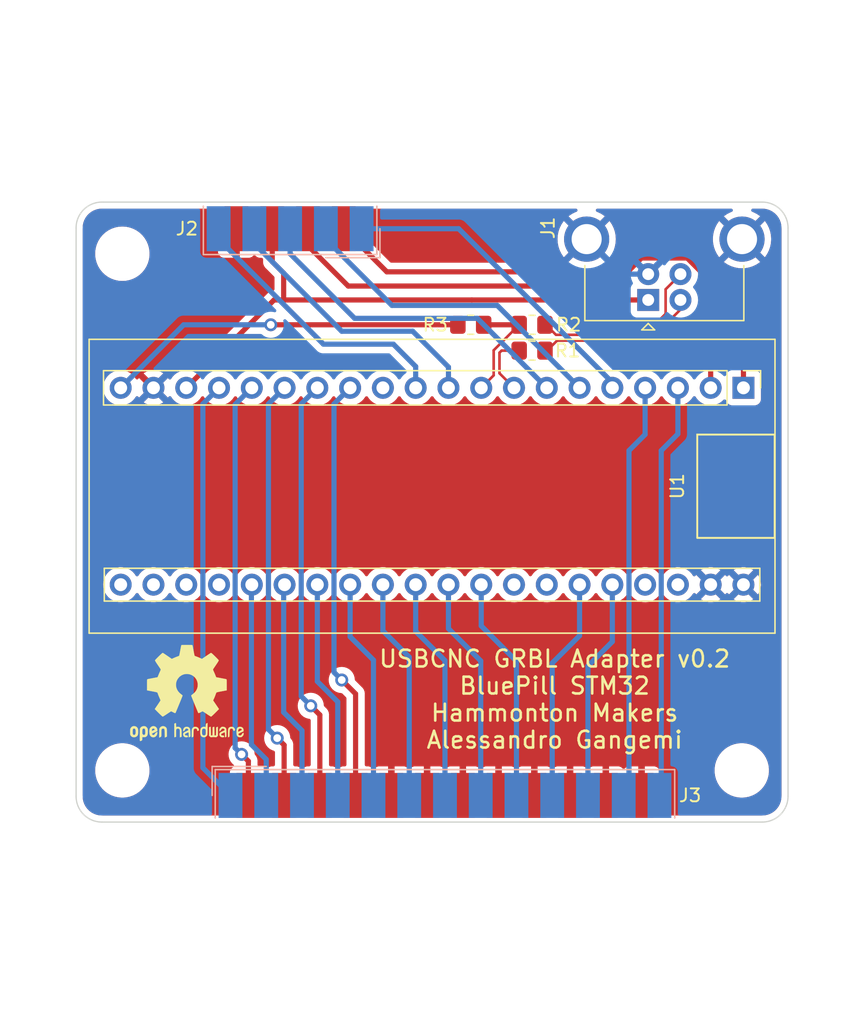
<source format=kicad_pcb>
(kicad_pcb (version 20211014) (generator pcbnew)
  (layers (0 "F.Cu" signal) (31 "B.Cu" signal) (34 "B.Paste" user) (35 "F.Paste" user) (36 "B.SilkS" user "B.Silkscreen") (37 "F.SilkS" user "F.Silkscreen") (38 "B.Mask" user) (39 "F.Mask" user) (44 "Edge.Cuts" user))
  (net 0 "")
  (net 1 "RELAY_1")
  (net 2 "X_DIR")
  (net 3 "X_STEP")
  (net 4 "Y_DIR")
  (net 5 "Y_STEP")
  (net 6 "Z_DIR")
  (net 7 "Z_STEP")
  (net 8 "A_DIR")
  (net 9 "A_STEP")
  (net 10 "A_LIMIT")
  (net 11 "RELAY_2")
  (net 12 "RELAY_3")
  (net 13 "GND")
  (net 14 "+5V")
  (net 15 "INPUT_2")
  (net 16 "INPUT_1")
  (net 17 "Z_LIMIT")
  (net 18 "Y_LIMIT")
  (net 19 "X_LIMIT")
  (net 29 "+3V3")
  (net 30 "PA8")
  (net 31 "PA9")
  (net 32 "PA10")
  (net 33 "PA15")
  (net 34 "PB3")
  (net 35 "PB12")
  (net 36 "USB-")
  (net 37 "USB+")
  (net 38 "PB13")
  (net 39 "USB_D-")
  (net 40 "USB_D+")
  (footprint "MountingHole:MountingHole_3.2mm_M3" (layer "F.Cu") (at 75 43)
    (fp_text reference "REF**" hide)
    (fp_text value "MountingHole_3.2mm_M3")
    (pad "" np_thru_hole circle (at 0 0) (size 3.2 3.2) (drill 3.2) (layers *.Cu *.Mask))
  )
  (footprint "Resistor_SMD:R_0805_2012Metric_Pad1.20x1.40mm_HandSolder" (layer "F.Cu") (at 102 48.5)
    (fp_text reference "R3" (at -2.75 0) (layer "F.SilkS"))
    (fp_text value "1.5k")
    (pad "1" smd roundrect (at -1 0) (size 1.2 1.4) (layers "F.Cu" "F.Paste" "F.Mask") (roundrect_rratio 0.208333) (net 29 "+3V3"))
    (pad "2" smd roundrect (at 1 0) (size 1.2 1.4) (layers "F.Cu" "F.Paste" "F.Mask") (roundrect_rratio 0.208333) (net 37 "USB+"))
  )
  (footprint "MountingHole:MountingHole_3.2mm_M3" (layer "F.Cu") (at 75 83)
    (fp_text reference "REF**" hide)
    (fp_text value "MountingHole_3.2mm_M3")
    (pad "" np_thru_hole circle (at 0 0) (size 3.2 3.2) (drill 3.2) (layers *.Cu *.Mask))
  )
  (footprint "MountingHole:MountingHole_3.2mm_M3" (layer "F.Cu") (at 123 83)
    (fp_text reference "REF**" hide)
    (fp_text value "MountingHole_3.2mm_M3")
    (pad "" np_thru_hole circle (at 0 0) (size 3.2 3.2) (drill 3.2) (layers *.Cu *.Mask))
  )
  (footprint "Resistor_SMD:R_0805_2012Metric_Pad1.20x1.40mm_HandSolder" (layer "F.Cu") (at 106.75 48.5 180)
    (fp_text reference "R2" (at -2.8375 0 180) (layer "F.SilkS"))
    (fp_text value "20R")
    (pad "1" smd roundrect (at -1 0 180) (size 1.2 1.4) (layers "F.Cu" "F.Paste" "F.Mask") (roundrect_rratio 0.208333) (net 40 "USB_D+"))
    (pad "2" smd roundrect (at 1 0 180) (size 1.2 1.4) (layers "F.Cu" "F.Paste" "F.Mask") (roundrect_rratio 0.208333) (net 37 "USB+"))
  )
  (footprint "Symbol:OSHW-Logo2_9.8x8mm_SilkScreen" (layer "F.Cu") (at 80 77)
    (fp_text reference "REF**" hide)
    (fp_text value "OSHW-Logo2_9.8x8mm_SilkScreen" hide)
  )
  (footprint "Resistor_SMD:R_0805_2012Metric_Pad1.20x1.40mm_HandSolder" (layer "F.Cu") (at 106.75 50.5 180)
    (fp_text reference "R1" (at -2.75 0 180) (layer "F.SilkS"))
    (fp_text value "20R")
    (pad "1" smd roundrect (at -1 0 180) (size 1.2 1.4) (layers "F.Cu" "F.Paste" "F.Mask") (roundrect_rratio 0.208333) (net 39 "USB_D-"))
    (pad "2" smd roundrect (at 1 0 180) (size 1.2 1.4) (layers "F.Cu" "F.Paste" "F.Mask") (roundrect_rratio 0.208333) (net 36 "USB-"))
  )
  (footprint "stm32bluepill:YAAJ_BluePill_2" (layer "F.Cu") (at 123.13 53.38 -90)
    (fp_text reference "U1" (at 7.62 5.13 90) (layer "F.SilkS"))
    (fp_text value "YAAJ_BluePill" hide)
    (pad "1" thru_hole rect locked (at 0 0 270) (size 1.7 1.7) (drill 1) (layers *.Cu *.Mask) (net 35 "PB12"))
    (pad "2" thru_hole circle locked (at 0 2.54 270) (size 1.7 1.7) (drill 1) (layers *.Cu *.Mask) (net 38 "PB13"))
    (pad "3" thru_hole circle locked (at 0 5.08 270) (size 1.7 1.7) (drill 1) (layers *.Cu *.Mask) (net 10 "A_LIMIT"))
    (pad "4" thru_hole circle locked (at 0 7.62 270) (size 1.7 1.7) (drill 1) (layers *.Cu *.Mask) (net 17 "Z_LIMIT"))
    (pad "5" thru_hole circle locked (at 0 10.16 270) (size 1.7 1.7) (drill 1) (layers *.Cu *.Mask) (net 30 "PA8"))
    (pad "6" thru_hole circle locked (at 0 12.7 270) (size 1.7 1.7) (drill 1) (layers *.Cu *.Mask) (net 31 "PA9"))
    (pad "7" thru_hole circle locked (at 0 15.24 270) (size 1.7 1.7) (drill 1) (layers *.Cu *.Mask) (net 32 "PA10"))
    (pad "8" thru_hole circle locked (at 0 17.78 270) (size 1.7 1.7) (drill 1) (layers *.Cu *.Mask) (net 36 "USB-"))
    (pad "9" thru_hole circle locked (at 0 20.32 270) (size 1.7 1.7) (drill 1) (layers *.Cu *.Mask) (net 37 "USB+"))
    (pad "10" thru_hole circle locked (at 0 22.86 270) (size 1.7 1.7) (drill 1) (layers *.Cu *.Mask) (net 33 "PA15"))
    (pad "11" thru_hole circle locked (at 0 25.4 270) (size 1.7 1.7) (drill 1) (layers *.Cu *.Mask) (net 34 "PB3"))
    (pad "12" thru_hole circle locked (at 0 27.94 270) (size 1.7 1.7) (drill 1) (layers *.Cu *.Mask))
    (pad "13" thru_hole circle locked (at 0 30.48 270) (size 1.7 1.7) (drill 1) (layers *.Cu *.Mask) (net 15 "INPUT_2"))
    (pad "14" thru_hole circle locked (at 0 33.02 270) (size 1.7 1.7) (drill 1) (layers *.Cu *.Mask) (net 12 "RELAY_3"))
    (pad "15" thru_hole circle locked (at 0 35.56 270) (size 1.7 1.7) (drill 1) (layers *.Cu *.Mask) (net 16 "INPUT_1"))
    (pad "16" thru_hole circle locked (at 0 38.1 270) (size 1.7 1.7) (drill 1) (layers *.Cu *.Mask) (net 11 "RELAY_2"))
    (pad "17" thru_hole circle locked (at 0 40.64 270) (size 1.7 1.7) (drill 1) (layers *.Cu *.Mask) (net 1 "RELAY_1"))
    (pad "18" thru_hole circle locked (at 0 43.18 270) (size 1.7 1.7) (drill 1) (layers *.Cu *.Mask) (net 14 "+5V"))
    (pad "19" thru_hole circle locked (at 0 45.72 270) (size 1.7 1.7) (drill 1) (layers *.Cu *.Mask) (net 13 "GND"))
    (pad "20" thru_hole circle locked (at 0 48.26 270) (size 1.7 1.7) (drill 1) (layers *.Cu *.Mask) (net 29 "+3V3"))
    (pad "21" thru_hole circle locked (at 15.24 48.26 270) (size 1.7 1.7) (drill 1) (layers *.Cu *.Mask))
    (pad "22" thru_hole circle locked (at 15.24 45.72 270) (size 1.7 1.7) (drill 1) (layers *.Cu *.Mask))
    (pad "23" thru_hole circle locked (at 15.24 43.18 270) (size 1.7 1.7) (drill 1) (layers *.Cu *.Mask))
    (pad "24" thru_hole circle locked (at 15.24 40.64 270) (size 1.7 1.7) (drill 1) (layers *.Cu *.Mask))
    (pad "25" thru_hole circle locked (at 15.24 38.1 270) (size 1.7 1.7) (drill 1) (layers *.Cu *.Mask) (net 2 "X_DIR"))
    (pad "26" thru_hole circle locked (at 15.24 35.56 270) (size 1.7 1.7) (drill 1) (layers *.Cu *.Mask) (net 3 "X_STEP"))
    (pad "27" thru_hole circle locked (at 15.24 33.02 270) (size 1.7 1.7) (drill 1) (layers *.Cu *.Mask) (net 4 "Y_DIR"))
    (pad "28" thru_hole circle locked (at 15.24 30.48 270) (size 1.7 1.7) (drill 1) (layers *.Cu *.Mask) (net 5 "Y_STEP"))
    (pad "29" thru_hole circle locked (at 15.24 27.94 270) (size 1.7 1.7) (drill 1) (layers *.Cu *.Mask) (net 6 "Z_DIR"))
    (pad "30" thru_hole circle locked (at 15.24 25.4 270) (size 1.7 1.7) (drill 1) (layers *.Cu *.Mask) (net 7 "Z_STEP"))
    (pad "31" thru_hole circle locked (at 15.24 22.86 270) (size 1.7 1.7) (drill 1) (layers *.Cu *.Mask) (net 8 "A_DIR"))
    (pad "32" thru_hole circle locked (at 15.24 20.32 270) (size 1.7 1.7) (drill 1) (layers *.Cu *.Mask) (net 9 "A_STEP"))
    (pad "33" thru_hole circle locked (at 15.24 17.78 270) (size 1.7 1.7) (drill 1) (layers *.Cu *.Mask))
    (pad "34" thru_hole circle locked (at 15.24 15.24 270) (size 1.7 1.7) (drill 1) (layers *.Cu *.Mask))
    (pad "35" thru_hole circle locked (at 15.24 12.7 270) (size 1.7 1.7) (drill 1) (layers *.Cu *.Mask) (net 19 "X_LIMIT"))
    (pad "36" thru_hole circle locked (at 15.24 10.16 270) (size 1.7 1.7) (drill 1) (layers *.Cu *.Mask) (net 18 "Y_LIMIT"))
    (pad "37" thru_hole circle locked (at 15.24 7.62 270) (size 1.7 1.7) (drill 1) (layers *.Cu *.Mask))
    (pad "38" thru_hole circle locked (at 15.24 5.08 270) (size 1.7 1.7) (drill 1) (layers *.Cu *.Mask))
    (pad "39" thru_hole circle locked (at 15.24 2.54 270) (size 1.7 1.7) (drill 1) (layers *.Cu *.Mask) (net 13 "GND"))
    (pad "40" thru_hole circle locked (at 15.24 0 270) (size 1.7 1.7) (drill 1) (layers *.Cu *.Mask) (net 13 "GND"))
  )
  (footprint "Connector_USB:USB_B_OST_USB-B1HSxx_Horizontal" (layer "F.Cu") (at 115.75 46.5775 90)
    (fp_text reference "J1" (at 5.5775 -7.77 90) (layer "F.SilkS"))
    (fp_text value "USB_B")
    (pad "1" thru_hole rect (at 0 0 90) (size 1.7 1.7) (drill 0.92) (layers *.Cu *.Mask) (net 14 "+5V"))
    (pad "2" thru_hole circle (at 0 2.5 90) (size 1.7 1.7) (drill 0.92) (layers *.Cu *.Mask) (net 39 "USB_D-"))
    (pad "3" thru_hole circle (at 2 2.5 90) (size 1.7 1.7) (drill 0.92) (layers *.Cu *.Mask) (net 40 "USB_D+"))
    (pad "4" thru_hole circle (at 2 0 90) (size 1.7 1.7) (drill 0.92) (layers *.Cu *.Mask) (net 13 "GND"))
    (pad "5" thru_hole circle (at 4.71 7.27 90) (size 3.5 3.5) (drill 2.33) (layers *.Cu *.Mask) (net 13 "GND"))
    (pad "5" thru_hole circle (at 4.71 -4.77 90) (size 3.5 3.5) (drill 2.33) (layers *.Cu *.Mask) (net 13 "GND"))
  )
  (footprint "Connector_Dsub:DSUB-25_Female_EdgeMount_P2.77mm" (layer "B.Cu") (at 100 84.9375 180)
    (fp_text reference "J3" (at -19 0) (layer "F.SilkS"))
    (fp_text value "DB25_Female")
    (pad "1" smd rect (at 16.62 0 180) (size 1.846667 3.48) (layers "B.Cu" "B.Paste" "B.Mask") (net 1 "RELAY_1"))
    (pad "2" smd rect (at 13.85 0 180) (size 1.846667 3.48) (layers "B.Cu" "B.Paste" "B.Mask") (net 2 "X_DIR"))
    (pad "3" smd rect (at 11.08 0 180) (size 1.846667 3.48) (layers "B.Cu" "B.Paste" "B.Mask") (net 3 "X_STEP"))
    (pad "4" smd rect (at 8.31 0 180) (size 1.846667 3.48) (layers "B.Cu" "B.Paste" "B.Mask") (net 4 "Y_DIR"))
    (pad "5" smd rect (at 5.54 0 180) (size 1.846667 3.48) (layers "B.Cu" "B.Paste" "B.Mask") (net 5 "Y_STEP"))
    (pad "6" smd rect (at 2.77 0 180) (size 1.846667 3.48) (layers "B.Cu" "B.Paste" "B.Mask") (net 6 "Z_DIR"))
    (pad "7" smd rect (at 0 0 180) (size 1.846667 3.48) (layers "B.Cu" "B.Paste" "B.Mask") (net 7 "Z_STEP"))
    (pad "8" smd rect (at -2.77 0 180) (size 1.846667 3.48) (layers "B.Cu" "B.Paste" "B.Mask") (net 8 "A_DIR"))
    (pad "9" smd rect (at -5.54 0 180) (size 1.846667 3.48) (layers "B.Cu" "B.Paste" "B.Mask") (net 9 "A_STEP"))
    (pad "10" smd rect (at -8.31 0 180) (size 1.846667 3.48) (layers "B.Cu" "B.Paste" "B.Mask") (net 19 "X_LIMIT"))
    (pad "11" smd rect (at -11.08 0 180) (size 1.846667 3.48) (layers "B.Cu" "B.Paste" "B.Mask") (net 18 "Y_LIMIT"))
    (pad "12" smd rect (at -13.85 0 180) (size 1.846667 3.48) (layers "B.Cu" "B.Paste" "B.Mask") (net 17 "Z_LIMIT"))
    (pad "13" smd rect (at -16.62 0 180) (size 1.846667 3.48) (layers "B.Cu" "B.Paste" "B.Mask") (net 10 "A_LIMIT"))
    (pad "14" smd rect (at 15.235 0 180) (size 1.846667 3.48) (layers "F.Cu" "F.Paste" "F.Mask") (net 11 "RELAY_2"))
    (pad "15" smd rect (at 12.465 0 180) (size 1.846667 3.48) (layers "F.Cu" "F.Paste" "F.Mask") (net 16 "INPUT_1"))
    (pad "16" smd rect (at 9.695 0 180) (size 1.846667 3.48) (layers "F.Cu" "F.Paste" "F.Mask") (net 12 "RELAY_3"))
    (pad "17" smd rect (at 6.925 0 180) (size 1.846667 3.48) (layers "F.Cu" "F.Paste" "F.Mask") (net 15 "INPUT_2"))
    (pad "18" smd rect (at 4.155 0 180) (size 1.846667 3.48) (layers "F.Cu" "F.Paste" "F.Mask") (net 13 "GND"))
    (pad "19" smd rect (at 1.385 0 180) (size 1.846667 3.48) (layers "F.Cu" "F.Paste" "F.Mask") (net 13 "GND"))
    (pad "20" smd rect (at -1.385 0 180) (size 1.846667 3.48) (layers "F.Cu" "F.Paste" "F.Mask") (net 13 "GND"))
    (pad "21" smd rect (at -4.155 0 180) (size 1.846667 3.48) (layers "F.Cu" "F.Paste" "F.Mask") (net 13 "GND"))
    (pad "22" smd rect (at -6.925 0 180) (size 1.846667 3.48) (layers "F.Cu" "F.Paste" "F.Mask") (net 13 "GND"))
    (pad "23" smd rect (at -9.695 0 180) (size 1.846667 3.48) (layers "F.Cu" "F.Paste" "F.Mask") (net 13 "GND"))
    (pad "24" smd rect (at -12.465 0 180) (size 1.846667 3.48) (layers "F.Cu" "F.Paste" "F.Mask") (net 13 "GND"))
    (pad "25" smd rect (at -15.235 0 180) (size 1.846667 3.48) (layers "F.Cu" "F.Paste" "F.Mask") (net 13 "GND"))
  )
  (footprint "Connector_Dsub:DSUB-9_Female_EdgeMount_P2.77mm" (layer "B.Cu") (at 88 41.0625)
    (fp_text reference "J2" (at -8 0) (layer "F.SilkS"))
    (fp_text value "DB9_Female")
    (pad "1" smd rect (at 5.54 0) (size 1.846667 3.48) (layers "B.Cu" "B.Paste" "B.Mask") (net 30 "PA8"))
    (pad "2" smd rect (at 2.77 0) (size 1.846667 3.48) (layers "B.Cu" "B.Paste" "B.Mask") (net 31 "PA9"))
    (pad "3" smd rect (at 0 0) (size 1.846667 3.48) (layers "B.Cu" "B.Paste" "B.Mask") (net 32 "PA10"))
    (pad "4" smd rect (at -2.77 0) (size 1.846667 3.48) (layers "B.Cu" "B.Paste" "B.Mask") (net 33 "PA15"))
    (pad "5" smd rect (at -5.54 0) (size 1.846667 3.48) (layers "B.Cu" "B.Paste" "B.Mask") (net 34 "PB3"))
    (pad "6" smd rect (at 4.155 0) (size 1.846667 3.48) (layers "F.Cu" "F.Paste" "F.Mask") (net 35 "PB12"))
    (pad "7" smd rect (at 1.385 0) (size 1.846667 3.48) (layers "F.Cu" "F.Paste" "F.Mask") (net 38 "PB13"))
    (pad "8" smd rect (at -1.385 0) (size 1.846667 3.48) (layers "F.Cu" "F.Paste" "F.Mask") (net 14 "+5V"))
    (pad "9" smd rect (at -4.155 0) (size 1.846667 3.48) (layers "F.Cu" "F.Paste" "F.Mask") (net 13 "GND"))
  )
  (gr_rect (start 119.55 57) (end 125.55 65) (layer "F.SilkS") (width 0.15) (fill none))
  (gr_line (start 126.585786 85) (end 126.585786 41) (layer "Edge.Cuts") (width 0.1))
  (gr_line (start 124.585786 39) (end 73.414214 39) (layer "Edge.Cuts") (width 0.1))
  (gr_line (start 71.414214 85) (end 71.414214 41) (layer "Edge.Cuts") (width 0.1))
  (gr_arc (start 73.414214 87) (mid 72 86.414214) (end 71.414214 85) (layer "Edge.Cuts") (width 0.1))
  (gr_arc (start 124.585786 39) (mid 126 39.585786) (end 126.585786 41) (layer "Edge.Cuts") (width 0.1))
  (gr_arc (start 71.414214 41) (mid 72 39.585786) (end 73.414214 39) (layer "Edge.Cuts") (width 0.1))
  (gr_line (start 124.585786 87) (end 73.414214 87) (layer "Edge.Cuts") (width 0.1))
  (gr_arc (start 126.585786 85) (mid 126 86.414214) (end 124.585786 87) (layer "Edge.Cuts") (width 0.1))
  (gr_text "USBCNC GRBL Adapter v0.2\nBluePill STM32\nHammonton Makers\nAlessandro Gangemi" (at 108.5 77.5) (layer "F.SilkS") (effects (font (size 1.3 1.3) (thickness 0.2))))
  (segment (start 82.49 53.38) (end 81.24 54.63) (width 0.4) (layer "B.Cu") (net 1))
  (segment (start 81.24 54.63) (end 81.24 82.7975) (width 0.4) (layer "B.Cu") (net 1))
  (segment (start 81.24 82.7975) (end 83.38 84.9375) (width 0.4) (layer "B.Cu") (net 1))
  (segment (start 85 68.65) (end 85 81) (width 0.4) (layer "B.Cu") (net 2))
  (segment (start 85 81) (end 86.15 82.15) (width 0.4) (layer "B.Cu") (net 2))
  (segment (start 86.15 82.15) (end 86.15 84.9375) (width 0.4) (layer "B.Cu") (net 2))
  (segment (start 85.03 68.62) (end 85 68.65) (width 0.4) (layer "B.Cu") (net 2))
  (segment (start 87.5 78.5) (end 87.5 68.69) (width 0.4) (layer "B.Cu") (net 3))
  (segment (start 88.92 84.9375) (end 88.92 79.92) (width 0.4) (layer "B.Cu") (net 3))
  (segment (start 88.92 79.92) (end 87.5 78.5) (width 0.4) (layer "B.Cu") (net 3))
  (segment (start 87.5 68.69) (end 87.57 68.62) (width 0.4) (layer "B.Cu") (net 3))
  (segment (start 90.11 76.11) (end 91.69 77.69) (width 0.4) (layer "B.Cu") (net 4))
  (segment (start 91.69 77.69) (end 91.69 84.9375) (width 0.4) (layer "B.Cu") (net 4))
  (segment (start 90.11 68.62) (end 90.11 76.11) (width 0.4) (layer "B.Cu") (net 4))
  (segment (start 92.65 72.65) (end 94.46 74.46) (width 0.4) (layer "B.Cu") (net 5))
  (segment (start 94.46 74.46) (end 94.46 84.9375) (width 0.4) (layer "B.Cu") (net 5))
  (segment (start 92.65 68.62) (end 92.65 72.65) (width 0.4) (layer "B.Cu") (net 5))
  (segment (start 97.23 74.23) (end 97.23 84.9375) (width 0.4) (layer "B.Cu") (net 6))
  (segment (start 95.19 72.19) (end 97.23 74.23) (width 0.4) (layer "B.Cu") (net 6))
  (segment (start 95.19 68.62) (end 95.19 72.19) (width 0.4) (layer "B.Cu") (net 6))
  (segment (start 100 74.5) (end 100 84.9375) (width 0.4) (layer "B.Cu") (net 7))
  (segment (start 97.73 68.62) (end 97.73 72.23) (width 0.4) (layer "B.Cu") (net 7))
  (segment (start 97.73 72.23) (end 100 74.5) (width 0.4) (layer "B.Cu") (net 7))
  (segment (start 100.27 68.62) (end 100.27 72.02) (width 0.4) (layer "B.Cu") (net 8))
  (segment (start 100.27 72.02) (end 102.77 74.52) (width 0.4) (layer "B.Cu") (net 8))
  (segment (start 102.77 74.52) (end 102.77 84.9375) (width 0.4) (layer "B.Cu") (net 8))
  (segment (start 102.81 68.62) (end 102.81 71.81) (width 0.4) (layer "B.Cu") (net 9))
  (segment (start 105.54 74.54) (end 105.54 84.9375) (width 0.4) (layer "B.Cu") (net 9))
  (segment (start 102.81 71.81) (end 105.54 74.54) (width 0.4) (layer "B.Cu") (net 9))
  (segment (start 118.05 56.95) (end 118.05 53.38) (width 0.4) (layer "B.Cu") (net 10))
  (segment (start 116.62 84.9375) (end 116.76 84.7975) (width 0.4) (layer "B.Cu") (net 10))
  (segment (start 116.76 84.7975) (end 116.76 58.24) (width 0.4) (layer "B.Cu") (net 10))
  (segment (start 116.76 58.24) (end 118.05 56.95) (width 0.4) (layer "B.Cu") (net 10))
  (segment (start 84.24 81.76) (end 84.765 82.285) (width 0.4) (layer "F.Cu") (net 11))
  (segment (start 84.765 82.285) (end 84.765 84.9375) (width 0.4) (layer "F.Cu") (net 11))
  (via (at 84.24 81.76) (size 1) (drill 0.6) (layers "F.Cu" "B.Cu") (net 11))
  (segment (start 84.24 81.76) (end 83.74 81.26) (width 0.4) (layer "B.Cu") (net 11))
  (segment (start 83.74 81.26) (end 83.74 54.67) (width 0.4) (layer "B.Cu") (net 11))
  (segment (start 83.74 54.67) (end 85.03 53.38) (width 0.4) (layer "B.Cu") (net 11))
  (segment (start 89.6 78) (end 90.305 78.705) (width 0.4) (layer "F.Cu") (net 12))
  (segment (start 90.305 78.705) (end 90.305 84.9375) (width 0.4) (layer "F.Cu") (net 12))
  (via (at 89.6 78) (size 1) (drill 0.6) (layers "F.Cu" "B.Cu") (net 12))
  (segment (start 88.86 77.26) (end 88.86 54.63) (width 0.4) (layer "B.Cu") (net 12))
  (segment (start 88.86 54.63) (end 90.11 53.38) (width 0.4) (layer "B.Cu") (net 12))
  (segment (start 89.6 78) (end 88.86 77.26) (width 0.4) (layer "B.Cu") (net 12))
  (segment (start 110.98 41.8675) (end 113.69 44.5775) (width 0.4) (layer "B.Cu") (net 13))
  (segment (start 113.69 44.5775) (end 115.75 44.5775) (width 0.4) (layer "B.Cu") (net 13))
  (segment (start 115.75 46.5775) (end 102.0775 46.5775) (width 0.4) (layer "F.Cu") (net 14))
  (segment (start 79.95 53.38) (end 86.7525 46.5775) (width 0.4) (layer "F.Cu") (net 14))
  (segment (start 87.5 44.5) (end 86.615 43.615) (width 0.4) (layer "F.Cu") (net 14))
  (segment (start 86.7525 46.5775) (end 89.5775 46.5775) (width 0.4) (layer "F.Cu") (net 14))
  (segment (start 86.615 43.615) (end 86.615 41.0625) (width 0.4) (layer "F.Cu") (net 14))
  (segment (start 102.0775 46.5775) (end 89.5775 46.5775) (width 0.4) (layer "F.Cu") (net 14))
  (segment (start 87.5 46.5) (end 87.5 44.5) (width 0.4) (layer "F.Cu") (net 14))
  (segment (start 92 76) (end 93.075 77.075) (width 0.4) (layer "F.Cu") (net 15))
  (segment (start 93.075 77.075) (end 93.075 84.9375) (width 0.4) (layer "F.Cu") (net 15))
  (via (at 92 76) (size 1) (drill 0.6) (layers "F.Cu" "B.Cu") (net 15))
  (segment (start 91.4 75.4) (end 91.4 54.63) (width 0.4) (layer "B.Cu") (net 15))
  (segment (start 91.4 54.63) (end 92.65 53.38) (width 0.4) (layer "B.Cu") (net 15))
  (segment (start 92 76) (end 91.4 75.4) (width 0.4) (layer "B.Cu") (net 15))
  (segment (start 87 80.5) (end 87.535 81.035) (width 0.4) (layer "F.Cu") (net 16))
  (segment (start 87.535 81.035) (end 87.535 84.9375) (width 0.4) (layer "F.Cu") (net 16))
  (via (at 87 80.5) (size 1) (drill 0.6) (layers "F.Cu" "B.Cu") (net 16))
  (segment (start 86.32 79.82) (end 86.32 54.63) (width 0.4) (layer "B.Cu") (net 16))
  (segment (start 87 80.5) (end 86.32 79.82) (width 0.4) (layer "B.Cu") (net 16))
  (segment (start 86.32 54.63) (end 87.57 53.38) (width 0.4) (layer "B.Cu") (net 16))
  (segment (start 114.26 84.5275) (end 114.26 58.24) (width 0.4) (layer "B.Cu") (net 17))
  (segment (start 115.51 56.99) (end 115.51 53.38) (width 0.4) (layer "B.Cu") (net 17))
  (segment (start 113.85 84.9375) (end 114.26 84.5275) (width 0.4) (layer "B.Cu") (net 17))
  (segment (start 114.26 58.24) (end 115.51 56.99) (width 0.4) (layer "B.Cu") (net 17))
  (segment (start 111.08 84.9375) (end 111.08 74.92) (width 0.4) (layer "B.Cu") (net 18))
  (segment (start 111.08 74.92) (end 112.97 73.03) (width 0.4) (layer "B.Cu") (net 18))
  (segment (start 112.97 73.03) (end 112.97 68.62) (width 0.4) (layer "B.Cu") (net 18))
  (segment (start 108.31 74.69) (end 108.31 84.9375) (width 0.4) (layer "B.Cu") (net 19))
  (segment (start 110.43 68.62) (end 110.43 72.57) (width 0.4) (layer "B.Cu") (net 19))
  (segment (start 110.43 72.57) (end 108.31 74.69) (width 0.4) (layer "B.Cu") (net 19))
  (segment (start 86.5 48.5) (end 101 48.5) (width 0.4) (layer "F.Cu") (net 29))
  (via (at 86.5 48.5) (size 1) (drill 0.6) (layers "F.Cu" "B.Cu") (net 29))
  (segment (start 86.5 48.5) (end 79.75 48.5) (width 0.4) (layer "B.Cu") (net 29))
  (segment (start 79.75 48.5) (end 74.87 53.38) (width 0.4) (layer "B.Cu") (net 29))
  (segment (start 101.0625 41.0625) (end 112.97 52.97) (width 0.4) (layer "B.Cu") (net 30))
  (segment (start 112.97 52.97) (end 112.97 53.38) (width 0.4) (layer "B.Cu") (net 30))
  (segment (start 93.54 41.0625) (end 101.0625 41.0625) (width 0.4) (layer "B.Cu") (net 30))
  (segment (start 95.890833 47) (end 104.05 47) (width 0.4) (layer "B.Cu") (net 31))
  (segment (start 90.77 41.879167) (end 95.890833 47) (width 0.4) (layer "B.Cu") (net 31))
  (segment (start 90.77 41.0625) (end 90.77 41.879167) (width 0.4) (layer "B.Cu") (net 31))
  (segment (start 104.05 47) (end 110.43 53.38) (width 0.4) (layer "B.Cu") (net 31))
  (segment (start 88 43) (end 93 48) (width 0.4) (layer "B.Cu") (net 32))
  (segment (start 93 48) (end 102.51 48) (width 0.4) (layer "B.Cu") (net 32))
  (segment (start 88 41.0625) (end 88 43) (width 0.4) (layer "B.Cu") (net 32))
  (segment (start 102.51 48) (end 107.89 53.38) (width 0.4) (layer "B.Cu") (net 32))
  (segment (start 85.23 41.0625) (end 85.23 42.23) (width 0.4) (layer "B.Cu") (net 33))
  (segment (start 100.27 51.77) (end 100.27 53.38) (width 0.4) (layer "B.Cu") (net 33))
  (segment (start 85.23 42.23) (end 92 49) (width 0.4) (layer "B.Cu") (net 33))
  (segment (start 92 49) (end 97.5 49) (width 0.4) (layer "B.Cu") (net 33))
  (segment (start 97.5 49) (end 100.27 51.77) (width 0.4) (layer "B.Cu") (net 33))
  (segment (start 97.73 51.73) (end 97.73 53.38) (width 0.4) (layer "B.Cu") (net 34))
  (segment (start 90.580833 50) (end 96 50) (width 0.4) (layer "B.Cu") (net 34))
  (segment (start 96 50) (end 97.73 51.73) (width 0.4) (layer "B.Cu") (net 34))
  (segment (start 82.46 41.879167) (end 90.580833 50) (width 0.4) (layer "B.Cu") (net 34))
  (segment (start 82.46 41.0625) (end 82.46 41.879167) (width 0.4) (layer "B.Cu") (net 34))
  (segment (start 123.13 53.38) (end 123.13 46.63) (width 0.4) (layer "F.Cu") (net 35))
  (segment (start 95.4925 44.4) (end 92.155 41.0625) (width 0.4) (layer "F.Cu") (net 35))
  (segment (start 114.5 42.5) (end 112.6 44.4) (width 0.4) (layer "F.Cu") (net 35))
  (segment (start 112.6 44.4) (end 95.4925 44.4) (width 0.4) (layer "F.Cu") (net 35))
  (segment (start 119 42.5) (end 114.5 42.5) (width 0.4) (layer "F.Cu") (net 35))
  (segment (start 123.13 46.63) (end 119 42.5) (width 0.4) (layer "F.Cu") (net 35))
  (segment (start 104.225 52.255) (end 105.35 53.38) (width 0.2) (layer "F.Cu") (net 36))
  (segment (start 105.75 50.5) (end 104.386397 50.5) (width 0.2) (layer "F.Cu") (net 36))
  (segment (start 104.386397 50.5) (end 104.225 50.661397) (width 0.2) (layer "F.Cu") (net 36))
  (segment (start 104.225 50.661397) (end 104.225 52.255) (width 0.2) (layer "F.Cu") (net 36))
  (segment (start 103.775 50.475) (end 103.775 52.415) (width 0.2) (layer "F.Cu") (net 37))
  (segment (start 103.775 52.415) (end 102.81 53.38) (width 0.2) (layer "F.Cu") (net 37))
  (segment (start 105.75 48.5) (end 103.775 50.475) (width 0.2) (layer "F.Cu") (net 37))
  (segment (start 103 48.5) (end 105.75 48.5) (width 0.4) (layer "F.Cu") (net 37))
  (segment (start 113.059733 45.5) (end 92.5 45.5) (width 0.4) (layer "F.Cu") (net 38))
  (segment (start 120.59 53.38) (end 120.59 45.149733) (width 0.4) (layer "F.Cu") (net 38))
  (segment (start 92.5 45.5) (end 89.385 42.385) (width 0.4) (layer "F.Cu") (net 38))
  (segment (start 115.232233 43.3275) (end 113.059733 45.5) (width 0.4) (layer "F.Cu") (net 38))
  (segment (start 118.767767 43.3275) (end 115.232233 43.3275) (width 0.4) (layer "F.Cu") (net 38))
  (segment (start 120.59 45.149733) (end 118.767767 43.3275) (width 0.4) (layer "F.Cu") (net 38))
  (segment (start 89.385 42.385) (end 89.385 41.0625) (width 0.4) (layer "F.Cu") (net 38))
  (segment (start 108.6875 49.725) (end 107.9125 50.5) (width 0.2) (layer "F.Cu") (net 39))
  (segment (start 118.25 47.3182) (end 115.8432 49.725) (width 0.2) (layer "F.Cu") (net 39))
  (segment (start 115.8432 49.725) (end 108.6875 49.725) (width 0.2) (layer "F.Cu") (net 39))
  (segment (start 108.6 49.275) (end 107.825 48.5) (width 0.2) (layer "F.Cu") (net 40))
  (segment (start 117.8 45.0275) (end 117.8 45.050577) (width 0.2) (layer "F.Cu") (net 40))
  (segment (start 117.1 45.750577) (end 117.1 47.65) (width 0.2) (layer "F.Cu") (net 40))
  (segment (start 117.8 45.050577) (end 117.1 45.750577) (width 0.2) (layer "F.Cu") (net 40))
  (segment (start 115.475 49.275) (end 108.6 49.275) (width 0.2) (layer "F.Cu") (net 40))
  (segment (start 117.1 47.65) (end 115.475 49.275) (width 0.2) (layer "F.Cu") (net 40))
  (zone (net 13) (net_name "GND") (layer "F.Cu") (connect_pads (clearance 0.508)) (min_thickness 0.254) (fill yes (thermal_gap 0.508) (thermal_bridge_width 0.508))
    (polygon (pts (xy 127 87) (xy 71 87) (xy 71 39) (xy 127 39)))
  )
  (zone (net 13) (net_name "GND") (layer "B.Cu") (connect_pads (clearance 0.508)) (min_thickness 0.254) (fill yes (thermal_gap 0.508) (thermal_bridge_width 0.508))
    (polygon (pts (xy 127 87) (xy 71 87) (xy 71 39) (xy 127 39)))
  )
)
</source>
